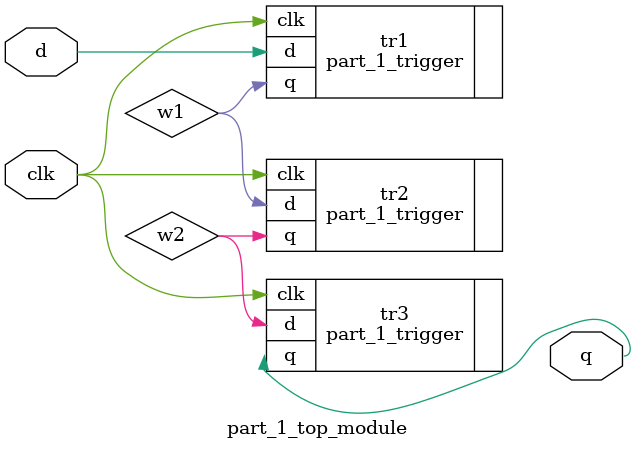
<source format=v>
module part_1_top_module (
    input clk,
    input d,
    output q
);

wire w1, w2;

part_1_trigger tr1(.clk(clk), .d(d), .q(w1));
part_1_trigger tr2(.clk(clk), .d(w1), .q(w2));
part_1_trigger tr3(.clk(clk), .d(w2), .q(q));

endmodule
</source>
